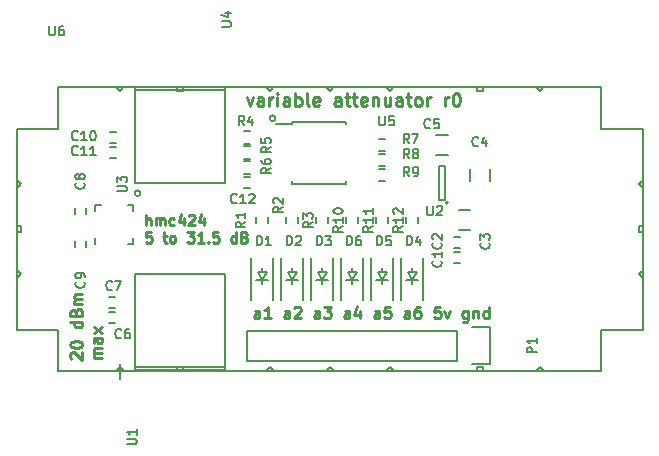
<source format=gto>
G04 #@! TF.FileFunction,Legend,Top*
%FSLAX46Y46*%
G04 Gerber Fmt 4.6, Leading zero omitted, Abs format (unit mm)*
G04 Created by KiCad (PCBNEW 4.0.2-stable) date Sat Apr  2 12:17:37 2016*
%MOMM*%
G01*
G04 APERTURE LIST*
%ADD10C,0.100000*%
%ADD11C,0.225000*%
%ADD12C,0.242500*%
%ADD13C,0.250000*%
%ADD14C,0.200000*%
%ADD15C,0.275000*%
%ADD16C,0.150000*%
G04 APERTURE END LIST*
D10*
D11*
X133056286Y-104566643D02*
X133056286Y-103666643D01*
X133442000Y-104566643D02*
X133442000Y-104095214D01*
X133399143Y-104009500D01*
X133313429Y-103966643D01*
X133184857Y-103966643D01*
X133099143Y-104009500D01*
X133056286Y-104052357D01*
X133870572Y-104566643D02*
X133870572Y-103966643D01*
X133870572Y-104052357D02*
X133913429Y-104009500D01*
X133999143Y-103966643D01*
X134127715Y-103966643D01*
X134213429Y-104009500D01*
X134256286Y-104095214D01*
X134256286Y-104566643D01*
X134256286Y-104095214D02*
X134299143Y-104009500D01*
X134384857Y-103966643D01*
X134513429Y-103966643D01*
X134599143Y-104009500D01*
X134642000Y-104095214D01*
X134642000Y-104566643D01*
X135456286Y-104523786D02*
X135370572Y-104566643D01*
X135199143Y-104566643D01*
X135113429Y-104523786D01*
X135070572Y-104480929D01*
X135027715Y-104395214D01*
X135027715Y-104138071D01*
X135070572Y-104052357D01*
X135113429Y-104009500D01*
X135199143Y-103966643D01*
X135370572Y-103966643D01*
X135456286Y-104009500D01*
X136227715Y-103966643D02*
X136227715Y-104566643D01*
X136013429Y-103623786D02*
X135799144Y-104266643D01*
X136356286Y-104266643D01*
X136656287Y-103752357D02*
X136699144Y-103709500D01*
X136784858Y-103666643D01*
X136999144Y-103666643D01*
X137084858Y-103709500D01*
X137127715Y-103752357D01*
X137170572Y-103838071D01*
X137170572Y-103923786D01*
X137127715Y-104052357D01*
X136613429Y-104566643D01*
X137170572Y-104566643D01*
X137942001Y-103966643D02*
X137942001Y-104566643D01*
X137727715Y-103623786D02*
X137513430Y-104266643D01*
X138070572Y-104266643D01*
X133484857Y-105151643D02*
X133056286Y-105151643D01*
X133013429Y-105580214D01*
X133056286Y-105537357D01*
X133142000Y-105494500D01*
X133356286Y-105494500D01*
X133442000Y-105537357D01*
X133484857Y-105580214D01*
X133527714Y-105665929D01*
X133527714Y-105880214D01*
X133484857Y-105965929D01*
X133442000Y-106008786D01*
X133356286Y-106051643D01*
X133142000Y-106051643D01*
X133056286Y-106008786D01*
X133013429Y-105965929D01*
X134470571Y-105451643D02*
X134813428Y-105451643D01*
X134599143Y-105151643D02*
X134599143Y-105923071D01*
X134642000Y-106008786D01*
X134727714Y-106051643D01*
X134813428Y-106051643D01*
X135242000Y-106051643D02*
X135156286Y-106008786D01*
X135113429Y-105965929D01*
X135070572Y-105880214D01*
X135070572Y-105623071D01*
X135113429Y-105537357D01*
X135156286Y-105494500D01*
X135242000Y-105451643D01*
X135370572Y-105451643D01*
X135456286Y-105494500D01*
X135499143Y-105537357D01*
X135542000Y-105623071D01*
X135542000Y-105880214D01*
X135499143Y-105965929D01*
X135456286Y-106008786D01*
X135370572Y-106051643D01*
X135242000Y-106051643D01*
X136527714Y-105151643D02*
X137084857Y-105151643D01*
X136784857Y-105494500D01*
X136913429Y-105494500D01*
X136999143Y-105537357D01*
X137042000Y-105580214D01*
X137084857Y-105665929D01*
X137084857Y-105880214D01*
X137042000Y-105965929D01*
X136999143Y-106008786D01*
X136913429Y-106051643D01*
X136656286Y-106051643D01*
X136570572Y-106008786D01*
X136527714Y-105965929D01*
X137942000Y-106051643D02*
X137427715Y-106051643D01*
X137684857Y-106051643D02*
X137684857Y-105151643D01*
X137599143Y-105280214D01*
X137513429Y-105365929D01*
X137427715Y-105408786D01*
X138327715Y-105965929D02*
X138370572Y-106008786D01*
X138327715Y-106051643D01*
X138284858Y-106008786D01*
X138327715Y-105965929D01*
X138327715Y-106051643D01*
X139184857Y-105151643D02*
X138756286Y-105151643D01*
X138713429Y-105580214D01*
X138756286Y-105537357D01*
X138842000Y-105494500D01*
X139056286Y-105494500D01*
X139142000Y-105537357D01*
X139184857Y-105580214D01*
X139227714Y-105665929D01*
X139227714Y-105880214D01*
X139184857Y-105965929D01*
X139142000Y-106008786D01*
X139056286Y-106051643D01*
X138842000Y-106051643D01*
X138756286Y-106008786D01*
X138713429Y-105965929D01*
X140684857Y-106051643D02*
X140684857Y-105151643D01*
X140684857Y-106008786D02*
X140599143Y-106051643D01*
X140427714Y-106051643D01*
X140342000Y-106008786D01*
X140299143Y-105965929D01*
X140256286Y-105880214D01*
X140256286Y-105623071D01*
X140299143Y-105537357D01*
X140342000Y-105494500D01*
X140427714Y-105451643D01*
X140599143Y-105451643D01*
X140684857Y-105494500D01*
X141413429Y-105580214D02*
X141542000Y-105623071D01*
X141584857Y-105665929D01*
X141627714Y-105751643D01*
X141627714Y-105880214D01*
X141584857Y-105965929D01*
X141542000Y-106008786D01*
X141456286Y-106051643D01*
X141113429Y-106051643D01*
X141113429Y-105151643D01*
X141413429Y-105151643D01*
X141499143Y-105194500D01*
X141542000Y-105237357D01*
X141584857Y-105323071D01*
X141584857Y-105408786D01*
X141542000Y-105494500D01*
X141499143Y-105537357D01*
X141413429Y-105580214D01*
X141113429Y-105580214D01*
D12*
X142653855Y-112452810D02*
X142653855Y-111944714D01*
X142607664Y-111852333D01*
X142515283Y-111806143D01*
X142330521Y-111806143D01*
X142238140Y-111852333D01*
X142653855Y-112406619D02*
X142561474Y-112452810D01*
X142330521Y-112452810D01*
X142238140Y-112406619D01*
X142191950Y-112314238D01*
X142191950Y-112221857D01*
X142238140Y-112129476D01*
X142330521Y-112083286D01*
X142561474Y-112083286D01*
X142653855Y-112037095D01*
X143623855Y-112452810D02*
X143069569Y-112452810D01*
X143346712Y-112452810D02*
X143346712Y-111482810D01*
X143254331Y-111621381D01*
X143161950Y-111713762D01*
X143069569Y-111759952D01*
X145194332Y-112452810D02*
X145194332Y-111944714D01*
X145148141Y-111852333D01*
X145055760Y-111806143D01*
X144870998Y-111806143D01*
X144778617Y-111852333D01*
X145194332Y-112406619D02*
X145101951Y-112452810D01*
X144870998Y-112452810D01*
X144778617Y-112406619D01*
X144732427Y-112314238D01*
X144732427Y-112221857D01*
X144778617Y-112129476D01*
X144870998Y-112083286D01*
X145101951Y-112083286D01*
X145194332Y-112037095D01*
X145610046Y-111575190D02*
X145656236Y-111529000D01*
X145748617Y-111482810D01*
X145979570Y-111482810D01*
X146071951Y-111529000D01*
X146118141Y-111575190D01*
X146164332Y-111667571D01*
X146164332Y-111759952D01*
X146118141Y-111898524D01*
X145563855Y-112452810D01*
X146164332Y-112452810D01*
X147734809Y-112452810D02*
X147734809Y-111944714D01*
X147688618Y-111852333D01*
X147596237Y-111806143D01*
X147411475Y-111806143D01*
X147319094Y-111852333D01*
X147734809Y-112406619D02*
X147642428Y-112452810D01*
X147411475Y-112452810D01*
X147319094Y-112406619D01*
X147272904Y-112314238D01*
X147272904Y-112221857D01*
X147319094Y-112129476D01*
X147411475Y-112083286D01*
X147642428Y-112083286D01*
X147734809Y-112037095D01*
X148104332Y-111482810D02*
X148704809Y-111482810D01*
X148381475Y-111852333D01*
X148520047Y-111852333D01*
X148612428Y-111898524D01*
X148658618Y-111944714D01*
X148704809Y-112037095D01*
X148704809Y-112268048D01*
X148658618Y-112360429D01*
X148612428Y-112406619D01*
X148520047Y-112452810D01*
X148242904Y-112452810D01*
X148150523Y-112406619D01*
X148104332Y-112360429D01*
X150275286Y-112452810D02*
X150275286Y-111944714D01*
X150229095Y-111852333D01*
X150136714Y-111806143D01*
X149951952Y-111806143D01*
X149859571Y-111852333D01*
X150275286Y-112406619D02*
X150182905Y-112452810D01*
X149951952Y-112452810D01*
X149859571Y-112406619D01*
X149813381Y-112314238D01*
X149813381Y-112221857D01*
X149859571Y-112129476D01*
X149951952Y-112083286D01*
X150182905Y-112083286D01*
X150275286Y-112037095D01*
X151152905Y-111806143D02*
X151152905Y-112452810D01*
X150921952Y-111436619D02*
X150691000Y-112129476D01*
X151291476Y-112129476D01*
X152815763Y-112452810D02*
X152815763Y-111944714D01*
X152769572Y-111852333D01*
X152677191Y-111806143D01*
X152492429Y-111806143D01*
X152400048Y-111852333D01*
X152815763Y-112406619D02*
X152723382Y-112452810D01*
X152492429Y-112452810D01*
X152400048Y-112406619D01*
X152353858Y-112314238D01*
X152353858Y-112221857D01*
X152400048Y-112129476D01*
X152492429Y-112083286D01*
X152723382Y-112083286D01*
X152815763Y-112037095D01*
X153739572Y-111482810D02*
X153277667Y-111482810D01*
X153231477Y-111944714D01*
X153277667Y-111898524D01*
X153370048Y-111852333D01*
X153601001Y-111852333D01*
X153693382Y-111898524D01*
X153739572Y-111944714D01*
X153785763Y-112037095D01*
X153785763Y-112268048D01*
X153739572Y-112360429D01*
X153693382Y-112406619D01*
X153601001Y-112452810D01*
X153370048Y-112452810D01*
X153277667Y-112406619D01*
X153231477Y-112360429D01*
X155356240Y-112452810D02*
X155356240Y-111944714D01*
X155310049Y-111852333D01*
X155217668Y-111806143D01*
X155032906Y-111806143D01*
X154940525Y-111852333D01*
X155356240Y-112406619D02*
X155263859Y-112452810D01*
X155032906Y-112452810D01*
X154940525Y-112406619D01*
X154894335Y-112314238D01*
X154894335Y-112221857D01*
X154940525Y-112129476D01*
X155032906Y-112083286D01*
X155263859Y-112083286D01*
X155356240Y-112037095D01*
X156233859Y-111482810D02*
X156049097Y-111482810D01*
X155956716Y-111529000D01*
X155910525Y-111575190D01*
X155818144Y-111713762D01*
X155771954Y-111898524D01*
X155771954Y-112268048D01*
X155818144Y-112360429D01*
X155864335Y-112406619D01*
X155956716Y-112452810D01*
X156141478Y-112452810D01*
X156233859Y-112406619D01*
X156280049Y-112360429D01*
X156326240Y-112268048D01*
X156326240Y-112037095D01*
X156280049Y-111944714D01*
X156233859Y-111898524D01*
X156141478Y-111852333D01*
X155956716Y-111852333D01*
X155864335Y-111898524D01*
X155818144Y-111944714D01*
X155771954Y-112037095D01*
X157942907Y-111482810D02*
X157481002Y-111482810D01*
X157434812Y-111944714D01*
X157481002Y-111898524D01*
X157573383Y-111852333D01*
X157804336Y-111852333D01*
X157896717Y-111898524D01*
X157942907Y-111944714D01*
X157989098Y-112037095D01*
X157989098Y-112268048D01*
X157942907Y-112360429D01*
X157896717Y-112406619D01*
X157804336Y-112452810D01*
X157573383Y-112452810D01*
X157481002Y-112406619D01*
X157434812Y-112360429D01*
X158312431Y-111806143D02*
X158543384Y-112452810D01*
X158774336Y-111806143D01*
X160298623Y-111806143D02*
X160298623Y-112591381D01*
X160252432Y-112683762D01*
X160206242Y-112729952D01*
X160113861Y-112776143D01*
X159975289Y-112776143D01*
X159882908Y-112729952D01*
X160298623Y-112406619D02*
X160206242Y-112452810D01*
X160021480Y-112452810D01*
X159929099Y-112406619D01*
X159882908Y-112360429D01*
X159836718Y-112268048D01*
X159836718Y-111990905D01*
X159882908Y-111898524D01*
X159929099Y-111852333D01*
X160021480Y-111806143D01*
X160206242Y-111806143D01*
X160298623Y-111852333D01*
X160760527Y-111806143D02*
X160760527Y-112452810D01*
X160760527Y-111898524D02*
X160806718Y-111852333D01*
X160899099Y-111806143D01*
X161037670Y-111806143D01*
X161130051Y-111852333D01*
X161176242Y-111944714D01*
X161176242Y-112452810D01*
X162053861Y-112452810D02*
X162053861Y-111482810D01*
X162053861Y-112406619D02*
X161961480Y-112452810D01*
X161776718Y-112452810D01*
X161684337Y-112406619D01*
X161638146Y-112360429D01*
X161591956Y-112268048D01*
X161591956Y-111990905D01*
X161638146Y-111898524D01*
X161684337Y-111852333D01*
X161776718Y-111806143D01*
X161961480Y-111806143D01*
X162053861Y-111852333D01*
D13*
X126738619Y-115887524D02*
X126691000Y-115839905D01*
X126643381Y-115744667D01*
X126643381Y-115506571D01*
X126691000Y-115411333D01*
X126738619Y-115363714D01*
X126833857Y-115316095D01*
X126929095Y-115316095D01*
X127071952Y-115363714D01*
X127643381Y-115935143D01*
X127643381Y-115316095D01*
X126643381Y-114697048D02*
X126643381Y-114601809D01*
X126691000Y-114506571D01*
X126738619Y-114458952D01*
X126833857Y-114411333D01*
X127024333Y-114363714D01*
X127262429Y-114363714D01*
X127452905Y-114411333D01*
X127548143Y-114458952D01*
X127595762Y-114506571D01*
X127643381Y-114601809D01*
X127643381Y-114697048D01*
X127595762Y-114792286D01*
X127548143Y-114839905D01*
X127452905Y-114887524D01*
X127262429Y-114935143D01*
X127024333Y-114935143D01*
X126833857Y-114887524D01*
X126738619Y-114839905D01*
X126691000Y-114792286D01*
X126643381Y-114697048D01*
X127643381Y-112744666D02*
X126643381Y-112744666D01*
X127595762Y-112744666D02*
X127643381Y-112839904D01*
X127643381Y-113030381D01*
X127595762Y-113125619D01*
X127548143Y-113173238D01*
X127452905Y-113220857D01*
X127167190Y-113220857D01*
X127071952Y-113173238D01*
X127024333Y-113125619D01*
X126976714Y-113030381D01*
X126976714Y-112839904D01*
X127024333Y-112744666D01*
X127119571Y-111935142D02*
X127167190Y-111792285D01*
X127214810Y-111744666D01*
X127310048Y-111697047D01*
X127452905Y-111697047D01*
X127548143Y-111744666D01*
X127595762Y-111792285D01*
X127643381Y-111887523D01*
X127643381Y-112268476D01*
X126643381Y-112268476D01*
X126643381Y-111935142D01*
X126691000Y-111839904D01*
X126738619Y-111792285D01*
X126833857Y-111744666D01*
X126929095Y-111744666D01*
X127024333Y-111792285D01*
X127071952Y-111839904D01*
X127119571Y-111935142D01*
X127119571Y-112268476D01*
X127643381Y-111268476D02*
X126976714Y-111268476D01*
X127071952Y-111268476D02*
X127024333Y-111220857D01*
X126976714Y-111125619D01*
X126976714Y-110982761D01*
X127024333Y-110887523D01*
X127119571Y-110839904D01*
X127643381Y-110839904D01*
X127119571Y-110839904D02*
X127024333Y-110792285D01*
X126976714Y-110697047D01*
X126976714Y-110554190D01*
X127024333Y-110458952D01*
X127119571Y-110411333D01*
X127643381Y-110411333D01*
X129293381Y-115839905D02*
X128626714Y-115839905D01*
X128721952Y-115839905D02*
X128674333Y-115792286D01*
X128626714Y-115697048D01*
X128626714Y-115554190D01*
X128674333Y-115458952D01*
X128769571Y-115411333D01*
X129293381Y-115411333D01*
X128769571Y-115411333D02*
X128674333Y-115363714D01*
X128626714Y-115268476D01*
X128626714Y-115125619D01*
X128674333Y-115030381D01*
X128769571Y-114982762D01*
X129293381Y-114982762D01*
X129293381Y-114078000D02*
X128769571Y-114078000D01*
X128674333Y-114125619D01*
X128626714Y-114220857D01*
X128626714Y-114411334D01*
X128674333Y-114506572D01*
X129245762Y-114078000D02*
X129293381Y-114173238D01*
X129293381Y-114411334D01*
X129245762Y-114506572D01*
X129150524Y-114554191D01*
X129055286Y-114554191D01*
X128960048Y-114506572D01*
X128912429Y-114411334D01*
X128912429Y-114173238D01*
X128864810Y-114078000D01*
X129293381Y-113697048D02*
X128626714Y-113173238D01*
X128626714Y-113697048D02*
X129293381Y-113173238D01*
D14*
X132588000Y-101854000D02*
G75*
G03X132588000Y-101854000I-254000J0D01*
G01*
X144018000Y-95504000D02*
G75*
G03X144018000Y-95504000I-254000J0D01*
G01*
D15*
X141560098Y-93744286D02*
X141822003Y-94477619D01*
X142083907Y-93744286D01*
X142974383Y-94477619D02*
X142974383Y-93901429D01*
X142922002Y-93796667D01*
X142817240Y-93744286D01*
X142607717Y-93744286D01*
X142502955Y-93796667D01*
X142974383Y-94425238D02*
X142869621Y-94477619D01*
X142607717Y-94477619D01*
X142502955Y-94425238D01*
X142450574Y-94320476D01*
X142450574Y-94215714D01*
X142502955Y-94110952D01*
X142607717Y-94058571D01*
X142869621Y-94058571D01*
X142974383Y-94006190D01*
X143498193Y-94477619D02*
X143498193Y-93744286D01*
X143498193Y-93953810D02*
X143550574Y-93849048D01*
X143602955Y-93796667D01*
X143707717Y-93744286D01*
X143812478Y-93744286D01*
X144179145Y-94477619D02*
X144179145Y-93744286D01*
X144179145Y-93377619D02*
X144126764Y-93430000D01*
X144179145Y-93482381D01*
X144231526Y-93430000D01*
X144179145Y-93377619D01*
X144179145Y-93482381D01*
X145174383Y-94477619D02*
X145174383Y-93901429D01*
X145122002Y-93796667D01*
X145017240Y-93744286D01*
X144807717Y-93744286D01*
X144702955Y-93796667D01*
X145174383Y-94425238D02*
X145069621Y-94477619D01*
X144807717Y-94477619D01*
X144702955Y-94425238D01*
X144650574Y-94320476D01*
X144650574Y-94215714D01*
X144702955Y-94110952D01*
X144807717Y-94058571D01*
X145069621Y-94058571D01*
X145174383Y-94006190D01*
X145698193Y-94477619D02*
X145698193Y-93377619D01*
X145698193Y-93796667D02*
X145802955Y-93744286D01*
X146012478Y-93744286D01*
X146117240Y-93796667D01*
X146169621Y-93849048D01*
X146222002Y-93953810D01*
X146222002Y-94268095D01*
X146169621Y-94372857D01*
X146117240Y-94425238D01*
X146012478Y-94477619D01*
X145802955Y-94477619D01*
X145698193Y-94425238D01*
X146850574Y-94477619D02*
X146745812Y-94425238D01*
X146693431Y-94320476D01*
X146693431Y-93377619D01*
X147688668Y-94425238D02*
X147583906Y-94477619D01*
X147374383Y-94477619D01*
X147269621Y-94425238D01*
X147217240Y-94320476D01*
X147217240Y-93901429D01*
X147269621Y-93796667D01*
X147374383Y-93744286D01*
X147583906Y-93744286D01*
X147688668Y-93796667D01*
X147741049Y-93901429D01*
X147741049Y-94006190D01*
X147217240Y-94110952D01*
X149522001Y-94477619D02*
X149522001Y-93901429D01*
X149469620Y-93796667D01*
X149364858Y-93744286D01*
X149155335Y-93744286D01*
X149050573Y-93796667D01*
X149522001Y-94425238D02*
X149417239Y-94477619D01*
X149155335Y-94477619D01*
X149050573Y-94425238D01*
X148998192Y-94320476D01*
X148998192Y-94215714D01*
X149050573Y-94110952D01*
X149155335Y-94058571D01*
X149417239Y-94058571D01*
X149522001Y-94006190D01*
X149888668Y-93744286D02*
X150307716Y-93744286D01*
X150045811Y-93377619D02*
X150045811Y-94320476D01*
X150098192Y-94425238D01*
X150202954Y-94477619D01*
X150307716Y-94477619D01*
X150517239Y-93744286D02*
X150936287Y-93744286D01*
X150674382Y-93377619D02*
X150674382Y-94320476D01*
X150726763Y-94425238D01*
X150831525Y-94477619D01*
X150936287Y-94477619D01*
X151722000Y-94425238D02*
X151617238Y-94477619D01*
X151407715Y-94477619D01*
X151302953Y-94425238D01*
X151250572Y-94320476D01*
X151250572Y-93901429D01*
X151302953Y-93796667D01*
X151407715Y-93744286D01*
X151617238Y-93744286D01*
X151722000Y-93796667D01*
X151774381Y-93901429D01*
X151774381Y-94006190D01*
X151250572Y-94110952D01*
X152245810Y-93744286D02*
X152245810Y-94477619D01*
X152245810Y-93849048D02*
X152298191Y-93796667D01*
X152402953Y-93744286D01*
X152560095Y-93744286D01*
X152664857Y-93796667D01*
X152717238Y-93901429D01*
X152717238Y-94477619D01*
X153712476Y-93744286D02*
X153712476Y-94477619D01*
X153241048Y-93744286D02*
X153241048Y-94320476D01*
X153293429Y-94425238D01*
X153398191Y-94477619D01*
X153555333Y-94477619D01*
X153660095Y-94425238D01*
X153712476Y-94372857D01*
X154707714Y-94477619D02*
X154707714Y-93901429D01*
X154655333Y-93796667D01*
X154550571Y-93744286D01*
X154341048Y-93744286D01*
X154236286Y-93796667D01*
X154707714Y-94425238D02*
X154602952Y-94477619D01*
X154341048Y-94477619D01*
X154236286Y-94425238D01*
X154183905Y-94320476D01*
X154183905Y-94215714D01*
X154236286Y-94110952D01*
X154341048Y-94058571D01*
X154602952Y-94058571D01*
X154707714Y-94006190D01*
X155074381Y-93744286D02*
X155493429Y-93744286D01*
X155231524Y-93377619D02*
X155231524Y-94320476D01*
X155283905Y-94425238D01*
X155388667Y-94477619D01*
X155493429Y-94477619D01*
X156017238Y-94477619D02*
X155912476Y-94425238D01*
X155860095Y-94372857D01*
X155807714Y-94268095D01*
X155807714Y-93953810D01*
X155860095Y-93849048D01*
X155912476Y-93796667D01*
X156017238Y-93744286D01*
X156174380Y-93744286D01*
X156279142Y-93796667D01*
X156331523Y-93849048D01*
X156383904Y-93953810D01*
X156383904Y-94268095D01*
X156331523Y-94372857D01*
X156279142Y-94425238D01*
X156174380Y-94477619D01*
X156017238Y-94477619D01*
X156855333Y-94477619D02*
X156855333Y-93744286D01*
X156855333Y-93953810D02*
X156907714Y-93849048D01*
X156960095Y-93796667D01*
X157064857Y-93744286D01*
X157169618Y-93744286D01*
X158374380Y-94477619D02*
X158374380Y-93744286D01*
X158374380Y-93953810D02*
X158426761Y-93849048D01*
X158479142Y-93796667D01*
X158583904Y-93744286D01*
X158688665Y-93744286D01*
X159264856Y-93377619D02*
X159369617Y-93377619D01*
X159474379Y-93430000D01*
X159526760Y-93482381D01*
X159579141Y-93587143D01*
X159631522Y-93796667D01*
X159631522Y-94058571D01*
X159579141Y-94268095D01*
X159526760Y-94372857D01*
X159474379Y-94425238D01*
X159369617Y-94477619D01*
X159264856Y-94477619D01*
X159160094Y-94425238D01*
X159107713Y-94372857D01*
X159055332Y-94268095D01*
X159002951Y-94058571D01*
X159002951Y-93796667D01*
X159055332Y-93587143D01*
X159107713Y-93482381D01*
X159160094Y-93430000D01*
X159264856Y-93377619D01*
D16*
X159135000Y-107790000D02*
X159635000Y-107790000D01*
X159635000Y-106840000D02*
X159135000Y-106840000D01*
X159135000Y-106520000D02*
X159635000Y-106520000D01*
X159635000Y-105570000D02*
X159135000Y-105570000D01*
X160520000Y-103290000D02*
X159520000Y-103290000D01*
X159520000Y-104990000D02*
X160520000Y-104990000D01*
X160440000Y-99830000D02*
X160440000Y-100830000D01*
X162140000Y-100830000D02*
X162140000Y-99830000D01*
X158615000Y-96940000D02*
X157615000Y-96940000D01*
X157615000Y-98640000D02*
X158615000Y-98640000D01*
X129925000Y-112870000D02*
X130425000Y-112870000D01*
X130425000Y-111920000D02*
X129925000Y-111920000D01*
X130425000Y-110650000D02*
X129925000Y-110650000D01*
X129925000Y-111600000D02*
X130425000Y-111600000D01*
X127983000Y-103628000D02*
X127983000Y-103128000D01*
X127033000Y-103128000D02*
X127033000Y-103628000D01*
X127033000Y-105880000D02*
X127033000Y-106380000D01*
X127983000Y-106380000D02*
X127983000Y-105880000D01*
X130010000Y-97630000D02*
X130510000Y-97630000D01*
X130510000Y-96680000D02*
X130010000Y-96680000D01*
X130010000Y-98900000D02*
X130510000Y-98900000D01*
X130510000Y-97950000D02*
X130010000Y-97950000D01*
X141855000Y-100490000D02*
X141355000Y-100490000D01*
X141355000Y-101440000D02*
X141855000Y-101440000D01*
X142875000Y-108537500D02*
X142875000Y-108156500D01*
X142875000Y-109553500D02*
X142875000Y-109172500D01*
X142875000Y-109172500D02*
X142494000Y-108537500D01*
X142494000Y-108537500D02*
X143256000Y-108537500D01*
X143256000Y-108537500D02*
X142875000Y-109172500D01*
X142367000Y-109172500D02*
X143383000Y-109172500D01*
X143775000Y-110855000D02*
X143775000Y-107315000D01*
X141975000Y-110855000D02*
X141975000Y-107315000D01*
X145415000Y-108537500D02*
X145415000Y-108156500D01*
X145415000Y-109553500D02*
X145415000Y-109172500D01*
X145415000Y-109172500D02*
X145034000Y-108537500D01*
X145034000Y-108537500D02*
X145796000Y-108537500D01*
X145796000Y-108537500D02*
X145415000Y-109172500D01*
X144907000Y-109172500D02*
X145923000Y-109172500D01*
X146315000Y-110855000D02*
X146315000Y-107315000D01*
X144515000Y-110855000D02*
X144515000Y-107315000D01*
X147955000Y-108537500D02*
X147955000Y-108156500D01*
X147955000Y-109553500D02*
X147955000Y-109172500D01*
X147955000Y-109172500D02*
X147574000Y-108537500D01*
X147574000Y-108537500D02*
X148336000Y-108537500D01*
X148336000Y-108537500D02*
X147955000Y-109172500D01*
X147447000Y-109172500D02*
X148463000Y-109172500D01*
X148855000Y-110855000D02*
X148855000Y-107315000D01*
X147055000Y-110855000D02*
X147055000Y-107315000D01*
X155575000Y-108537500D02*
X155575000Y-108156500D01*
X155575000Y-109553500D02*
X155575000Y-109172500D01*
X155575000Y-109172500D02*
X155194000Y-108537500D01*
X155194000Y-108537500D02*
X155956000Y-108537500D01*
X155956000Y-108537500D02*
X155575000Y-109172500D01*
X155067000Y-109172500D02*
X156083000Y-109172500D01*
X156475000Y-110855000D02*
X156475000Y-107315000D01*
X154675000Y-110855000D02*
X154675000Y-107315000D01*
X153035000Y-108537500D02*
X153035000Y-108156500D01*
X153035000Y-109553500D02*
X153035000Y-109172500D01*
X153035000Y-109172500D02*
X152654000Y-108537500D01*
X152654000Y-108537500D02*
X153416000Y-108537500D01*
X153416000Y-108537500D02*
X153035000Y-109172500D01*
X152527000Y-109172500D02*
X153543000Y-109172500D01*
X153935000Y-110855000D02*
X153935000Y-107315000D01*
X152135000Y-110855000D02*
X152135000Y-107315000D01*
X150495000Y-108537500D02*
X150495000Y-108156500D01*
X150495000Y-109553500D02*
X150495000Y-109172500D01*
X150495000Y-109172500D02*
X150114000Y-108537500D01*
X150114000Y-108537500D02*
X150876000Y-108537500D01*
X150876000Y-108537500D02*
X150495000Y-109172500D01*
X149987000Y-109172500D02*
X151003000Y-109172500D01*
X151395000Y-110855000D02*
X151395000Y-107315000D01*
X149595000Y-110855000D02*
X149595000Y-107315000D01*
X159385000Y-116020000D02*
X141605000Y-116020000D01*
X141605000Y-116020000D02*
X141605000Y-113480000D01*
X141605000Y-113480000D02*
X159385000Y-113480000D01*
X162205000Y-116300000D02*
X160655000Y-116300000D01*
X159385000Y-116020000D02*
X159385000Y-113480000D01*
X160655000Y-113200000D02*
X162205000Y-113200000D01*
X162205000Y-113200000D02*
X162205000Y-116300000D01*
X142350000Y-103890000D02*
X142350000Y-104390000D01*
X143400000Y-104390000D02*
X143400000Y-103890000D01*
X144890000Y-103890000D02*
X144890000Y-104390000D01*
X145940000Y-104390000D02*
X145940000Y-103890000D01*
X147430000Y-103890000D02*
X147430000Y-104390000D01*
X148480000Y-104390000D02*
X148480000Y-103890000D01*
X141355000Y-97680000D02*
X141855000Y-97680000D01*
X141855000Y-96630000D02*
X141355000Y-96630000D01*
X141355000Y-98950000D02*
X141855000Y-98950000D01*
X141855000Y-97900000D02*
X141355000Y-97900000D01*
X141355000Y-100220000D02*
X141855000Y-100220000D01*
X141855000Y-99170000D02*
X141355000Y-99170000D01*
X152785000Y-98315000D02*
X153285000Y-98315000D01*
X153285000Y-97265000D02*
X152785000Y-97265000D01*
X152785000Y-99585000D02*
X153285000Y-99585000D01*
X153285000Y-98535000D02*
X152785000Y-98535000D01*
X152785000Y-100855000D02*
X153285000Y-100855000D01*
X153285000Y-99805000D02*
X152785000Y-99805000D01*
X149970000Y-103890000D02*
X149970000Y-104390000D01*
X151020000Y-104390000D02*
X151020000Y-103890000D01*
X152510000Y-103890000D02*
X152510000Y-104390000D01*
X153560000Y-104390000D02*
X153560000Y-103890000D01*
X155050000Y-103890000D02*
X155050000Y-104390000D01*
X156100000Y-104390000D02*
X156100000Y-103890000D01*
X139700000Y-116564000D02*
X132080000Y-116564000D01*
X139700000Y-116818000D02*
X139700000Y-116310000D01*
X132080000Y-116818000D02*
X139700000Y-116818000D01*
X132080000Y-116818000D02*
X132080000Y-116310000D01*
X139700000Y-108690000D02*
X139700000Y-116310000D01*
X132080000Y-108690000D02*
X139700000Y-108690000D01*
X132080000Y-116310000D02*
X132080000Y-108690000D01*
X158615000Y-102665000D02*
G75*
G03X158615000Y-102665000I-100000J0D01*
G01*
X157865000Y-102415000D02*
X158365000Y-102415000D01*
X157865000Y-99515000D02*
X157865000Y-102415000D01*
X158365000Y-99515000D02*
X157865000Y-99515000D01*
X158365000Y-102415000D02*
X158365000Y-99515000D01*
X128735000Y-102875000D02*
X129235000Y-102875000D01*
X131985000Y-106125000D02*
X131485000Y-106125000D01*
X131985000Y-102875000D02*
X131485000Y-102875000D01*
X128735000Y-106125000D02*
X128735000Y-105625000D01*
X131985000Y-106125000D02*
X131985000Y-105625000D01*
X131985000Y-102875000D02*
X131985000Y-103375000D01*
X128735000Y-102875000D02*
X128735000Y-103375000D01*
X132080000Y-93091000D02*
X139700000Y-93091000D01*
X132080000Y-92837000D02*
X132080000Y-93345000D01*
X139700000Y-92837000D02*
X132080000Y-92837000D01*
X139700000Y-92837000D02*
X139700000Y-93345000D01*
X132080000Y-100965000D02*
X132080000Y-93345000D01*
X139700000Y-100965000D02*
X132080000Y-100965000D01*
X139700000Y-93345000D02*
X139700000Y-100965000D01*
X145370000Y-95800000D02*
X145370000Y-96025000D01*
X150020000Y-95800000D02*
X150020000Y-96025000D01*
X150020000Y-101050000D02*
X150020000Y-100825000D01*
X145370000Y-101050000D02*
X145370000Y-100825000D01*
X145370000Y-95800000D02*
X150020000Y-95800000D01*
X145370000Y-101050000D02*
X150020000Y-101050000D01*
X145370000Y-96025000D02*
X144020000Y-96025000D01*
X122428000Y-101092000D02*
X122174000Y-100838000D01*
X122174000Y-101346000D02*
X122428000Y-101092000D01*
X122428000Y-108712000D02*
X122174000Y-108458000D01*
X122174000Y-108966000D02*
X122428000Y-108712000D01*
X130810000Y-116586000D02*
X131064000Y-116840000D01*
X130556000Y-116840000D02*
X130810000Y-116586000D01*
X148590000Y-116586000D02*
X148844000Y-116840000D01*
X148336000Y-116840000D02*
X148590000Y-116586000D01*
X143510000Y-116586000D02*
X143764000Y-116840000D01*
X143256000Y-116840000D02*
X143510000Y-116586000D01*
X153670000Y-116586000D02*
X153924000Y-116840000D01*
X153416000Y-116840000D02*
X153670000Y-116586000D01*
X166370000Y-116586000D02*
X166624000Y-116840000D01*
X166116000Y-116840000D02*
X166370000Y-116586000D01*
X174752000Y-108712000D02*
X175006000Y-108966000D01*
X174752000Y-108712000D02*
X175006000Y-108458000D01*
X174752000Y-101092000D02*
X175006000Y-101346000D01*
X175006000Y-100838000D02*
X174752000Y-101092000D01*
X166370000Y-93218000D02*
X166624000Y-92964000D01*
X166116000Y-92964000D02*
X166370000Y-93218000D01*
X153670000Y-93218000D02*
X153924000Y-92964000D01*
X153416000Y-92964000D02*
X153670000Y-93218000D01*
X148590000Y-93218000D02*
X148844000Y-92964000D01*
X148336000Y-92964000D02*
X148590000Y-93218000D01*
X143510000Y-93218000D02*
X143764000Y-92964000D01*
X143256000Y-92964000D02*
X143510000Y-93218000D01*
X130810000Y-93218000D02*
X131064000Y-92964000D01*
X130556000Y-92964000D02*
X130810000Y-93218000D01*
X130810000Y-117602000D02*
X130810000Y-116332000D01*
X122428000Y-105156000D02*
X122174000Y-105156000D01*
X122428000Y-104648000D02*
X122428000Y-105156000D01*
X122174000Y-104648000D02*
X122428000Y-104648000D01*
X174752000Y-105156000D02*
X175006000Y-105156000D01*
X174752000Y-104648000D02*
X174752000Y-105156000D01*
X175006000Y-104648000D02*
X174752000Y-104648000D01*
X136144000Y-116586000D02*
X136144000Y-116840000D01*
X135636000Y-116586000D02*
X136144000Y-116586000D01*
X135636000Y-116840000D02*
X135636000Y-116586000D01*
X161544000Y-116586000D02*
X161544000Y-116840000D01*
X161036000Y-116586000D02*
X161544000Y-116586000D01*
X161036000Y-116840000D02*
X161036000Y-116586000D01*
X161544000Y-93218000D02*
X161544000Y-92964000D01*
X161036000Y-93218000D02*
X161544000Y-93218000D01*
X161036000Y-92964000D02*
X161036000Y-93218000D01*
X161036000Y-93218000D02*
X161036000Y-92964000D01*
X136144000Y-93218000D02*
X136144000Y-92964000D01*
X135636000Y-93218000D02*
X136144000Y-93218000D01*
X135636000Y-92964000D02*
X135636000Y-93218000D01*
X171590000Y-92902000D02*
X125590000Y-92902000D01*
X171590000Y-96402000D02*
X171590000Y-92902000D01*
X175090000Y-96402000D02*
X171590000Y-96402000D01*
X171590000Y-116902000D02*
X126590000Y-116902000D01*
X171590000Y-113402000D02*
X171590000Y-116902000D01*
X175090000Y-113402000D02*
X171590000Y-113402000D01*
X125590000Y-96402000D02*
X125590000Y-92902000D01*
X122090000Y-96402000D02*
X125590000Y-96402000D01*
X125590000Y-116902000D02*
X126590000Y-116902000D01*
X125590000Y-113402000D02*
X125590000Y-116902000D01*
X123590000Y-113402000D02*
X125590000Y-113402000D01*
X122090000Y-113402000D02*
X123590000Y-113402000D01*
X175090000Y-104902000D02*
X175090000Y-113402000D01*
X175090000Y-104902000D02*
X175090000Y-96402000D01*
X122090000Y-104902000D02*
X122090000Y-113402000D01*
X122090000Y-104902000D02*
X122090000Y-96402000D01*
X158019714Y-107575333D02*
X158057810Y-107613428D01*
X158095905Y-107727714D01*
X158095905Y-107803904D01*
X158057810Y-107918190D01*
X157981619Y-107994381D01*
X157905429Y-108032476D01*
X157753048Y-108070571D01*
X157638762Y-108070571D01*
X157486381Y-108032476D01*
X157410190Y-107994381D01*
X157334000Y-107918190D01*
X157295905Y-107803904D01*
X157295905Y-107727714D01*
X157334000Y-107613428D01*
X157372095Y-107575333D01*
X158095905Y-106813428D02*
X158095905Y-107270571D01*
X158095905Y-107042000D02*
X157295905Y-107042000D01*
X157410190Y-107118190D01*
X157486381Y-107194381D01*
X157524476Y-107270571D01*
X158019714Y-106051333D02*
X158057810Y-106089428D01*
X158095905Y-106203714D01*
X158095905Y-106279904D01*
X158057810Y-106394190D01*
X157981619Y-106470381D01*
X157905429Y-106508476D01*
X157753048Y-106546571D01*
X157638762Y-106546571D01*
X157486381Y-106508476D01*
X157410190Y-106470381D01*
X157334000Y-106394190D01*
X157295905Y-106279904D01*
X157295905Y-106203714D01*
X157334000Y-106089428D01*
X157372095Y-106051333D01*
X157372095Y-105746571D02*
X157334000Y-105708476D01*
X157295905Y-105632285D01*
X157295905Y-105441809D01*
X157334000Y-105365619D01*
X157372095Y-105327523D01*
X157448286Y-105289428D01*
X157524476Y-105289428D01*
X157638762Y-105327523D01*
X158095905Y-105784666D01*
X158095905Y-105289428D01*
X162083714Y-106051333D02*
X162121810Y-106089428D01*
X162159905Y-106203714D01*
X162159905Y-106279904D01*
X162121810Y-106394190D01*
X162045619Y-106470381D01*
X161969429Y-106508476D01*
X161817048Y-106546571D01*
X161702762Y-106546571D01*
X161550381Y-106508476D01*
X161474190Y-106470381D01*
X161398000Y-106394190D01*
X161359905Y-106279904D01*
X161359905Y-106203714D01*
X161398000Y-106089428D01*
X161436095Y-106051333D01*
X161359905Y-105784666D02*
X161359905Y-105289428D01*
X161664667Y-105556095D01*
X161664667Y-105441809D01*
X161702762Y-105365619D01*
X161740857Y-105327523D01*
X161817048Y-105289428D01*
X162007524Y-105289428D01*
X162083714Y-105327523D01*
X162121810Y-105365619D01*
X162159905Y-105441809D01*
X162159905Y-105670381D01*
X162121810Y-105746571D01*
X162083714Y-105784666D01*
X161156667Y-97821714D02*
X161118572Y-97859810D01*
X161004286Y-97897905D01*
X160928096Y-97897905D01*
X160813810Y-97859810D01*
X160737619Y-97783619D01*
X160699524Y-97707429D01*
X160661429Y-97555048D01*
X160661429Y-97440762D01*
X160699524Y-97288381D01*
X160737619Y-97212190D01*
X160813810Y-97136000D01*
X160928096Y-97097905D01*
X161004286Y-97097905D01*
X161118572Y-97136000D01*
X161156667Y-97174095D01*
X161842381Y-97364571D02*
X161842381Y-97897905D01*
X161651905Y-97059810D02*
X161461429Y-97631238D01*
X161956667Y-97631238D01*
X157092667Y-96297714D02*
X157054572Y-96335810D01*
X156940286Y-96373905D01*
X156864096Y-96373905D01*
X156749810Y-96335810D01*
X156673619Y-96259619D01*
X156635524Y-96183429D01*
X156597429Y-96031048D01*
X156597429Y-95916762D01*
X156635524Y-95764381D01*
X156673619Y-95688190D01*
X156749810Y-95612000D01*
X156864096Y-95573905D01*
X156940286Y-95573905D01*
X157054572Y-95612000D01*
X157092667Y-95650095D01*
X157816477Y-95573905D02*
X157435524Y-95573905D01*
X157397429Y-95954857D01*
X157435524Y-95916762D01*
X157511715Y-95878667D01*
X157702191Y-95878667D01*
X157778381Y-95916762D01*
X157816477Y-95954857D01*
X157854572Y-96031048D01*
X157854572Y-96221524D01*
X157816477Y-96297714D01*
X157778381Y-96335810D01*
X157702191Y-96373905D01*
X157511715Y-96373905D01*
X157435524Y-96335810D01*
X157397429Y-96297714D01*
X130930667Y-114077714D02*
X130892572Y-114115810D01*
X130778286Y-114153905D01*
X130702096Y-114153905D01*
X130587810Y-114115810D01*
X130511619Y-114039619D01*
X130473524Y-113963429D01*
X130435429Y-113811048D01*
X130435429Y-113696762D01*
X130473524Y-113544381D01*
X130511619Y-113468190D01*
X130587810Y-113392000D01*
X130702096Y-113353905D01*
X130778286Y-113353905D01*
X130892572Y-113392000D01*
X130930667Y-113430095D01*
X131616381Y-113353905D02*
X131464000Y-113353905D01*
X131387810Y-113392000D01*
X131349715Y-113430095D01*
X131273524Y-113544381D01*
X131235429Y-113696762D01*
X131235429Y-114001524D01*
X131273524Y-114077714D01*
X131311619Y-114115810D01*
X131387810Y-114153905D01*
X131540191Y-114153905D01*
X131616381Y-114115810D01*
X131654477Y-114077714D01*
X131692572Y-114001524D01*
X131692572Y-113811048D01*
X131654477Y-113734857D01*
X131616381Y-113696762D01*
X131540191Y-113658667D01*
X131387810Y-113658667D01*
X131311619Y-113696762D01*
X131273524Y-113734857D01*
X131235429Y-113811048D01*
X130168667Y-110013714D02*
X130130572Y-110051810D01*
X130016286Y-110089905D01*
X129940096Y-110089905D01*
X129825810Y-110051810D01*
X129749619Y-109975619D01*
X129711524Y-109899429D01*
X129673429Y-109747048D01*
X129673429Y-109632762D01*
X129711524Y-109480381D01*
X129749619Y-109404190D01*
X129825810Y-109328000D01*
X129940096Y-109289905D01*
X130016286Y-109289905D01*
X130130572Y-109328000D01*
X130168667Y-109366095D01*
X130435334Y-109289905D02*
X130968667Y-109289905D01*
X130625810Y-110089905D01*
X127793714Y-100971333D02*
X127831810Y-101009428D01*
X127869905Y-101123714D01*
X127869905Y-101199904D01*
X127831810Y-101314190D01*
X127755619Y-101390381D01*
X127679429Y-101428476D01*
X127527048Y-101466571D01*
X127412762Y-101466571D01*
X127260381Y-101428476D01*
X127184190Y-101390381D01*
X127108000Y-101314190D01*
X127069905Y-101199904D01*
X127069905Y-101123714D01*
X127108000Y-101009428D01*
X127146095Y-100971333D01*
X127412762Y-100514190D02*
X127374667Y-100590381D01*
X127336571Y-100628476D01*
X127260381Y-100666571D01*
X127222286Y-100666571D01*
X127146095Y-100628476D01*
X127108000Y-100590381D01*
X127069905Y-100514190D01*
X127069905Y-100361809D01*
X127108000Y-100285619D01*
X127146095Y-100247523D01*
X127222286Y-100209428D01*
X127260381Y-100209428D01*
X127336571Y-100247523D01*
X127374667Y-100285619D01*
X127412762Y-100361809D01*
X127412762Y-100514190D01*
X127450857Y-100590381D01*
X127488952Y-100628476D01*
X127565143Y-100666571D01*
X127717524Y-100666571D01*
X127793714Y-100628476D01*
X127831810Y-100590381D01*
X127869905Y-100514190D01*
X127869905Y-100361809D01*
X127831810Y-100285619D01*
X127793714Y-100247523D01*
X127717524Y-100209428D01*
X127565143Y-100209428D01*
X127488952Y-100247523D01*
X127450857Y-100285619D01*
X127412762Y-100361809D01*
X127793714Y-109353333D02*
X127831810Y-109391428D01*
X127869905Y-109505714D01*
X127869905Y-109581904D01*
X127831810Y-109696190D01*
X127755619Y-109772381D01*
X127679429Y-109810476D01*
X127527048Y-109848571D01*
X127412762Y-109848571D01*
X127260381Y-109810476D01*
X127184190Y-109772381D01*
X127108000Y-109696190D01*
X127069905Y-109581904D01*
X127069905Y-109505714D01*
X127108000Y-109391428D01*
X127146095Y-109353333D01*
X127869905Y-108972381D02*
X127869905Y-108820000D01*
X127831810Y-108743809D01*
X127793714Y-108705714D01*
X127679429Y-108629523D01*
X127527048Y-108591428D01*
X127222286Y-108591428D01*
X127146095Y-108629523D01*
X127108000Y-108667619D01*
X127069905Y-108743809D01*
X127069905Y-108896190D01*
X127108000Y-108972381D01*
X127146095Y-109010476D01*
X127222286Y-109048571D01*
X127412762Y-109048571D01*
X127488952Y-109010476D01*
X127527048Y-108972381D01*
X127565143Y-108896190D01*
X127565143Y-108743809D01*
X127527048Y-108667619D01*
X127488952Y-108629523D01*
X127412762Y-108591428D01*
X127247714Y-97313714D02*
X127209619Y-97351810D01*
X127095333Y-97389905D01*
X127019143Y-97389905D01*
X126904857Y-97351810D01*
X126828666Y-97275619D01*
X126790571Y-97199429D01*
X126752476Y-97047048D01*
X126752476Y-96932762D01*
X126790571Y-96780381D01*
X126828666Y-96704190D01*
X126904857Y-96628000D01*
X127019143Y-96589905D01*
X127095333Y-96589905D01*
X127209619Y-96628000D01*
X127247714Y-96666095D01*
X128009619Y-97389905D02*
X127552476Y-97389905D01*
X127781047Y-97389905D02*
X127781047Y-96589905D01*
X127704857Y-96704190D01*
X127628666Y-96780381D01*
X127552476Y-96818476D01*
X128504857Y-96589905D02*
X128581048Y-96589905D01*
X128657238Y-96628000D01*
X128695333Y-96666095D01*
X128733429Y-96742286D01*
X128771524Y-96894667D01*
X128771524Y-97085143D01*
X128733429Y-97237524D01*
X128695333Y-97313714D01*
X128657238Y-97351810D01*
X128581048Y-97389905D01*
X128504857Y-97389905D01*
X128428667Y-97351810D01*
X128390571Y-97313714D01*
X128352476Y-97237524D01*
X128314381Y-97085143D01*
X128314381Y-96894667D01*
X128352476Y-96742286D01*
X128390571Y-96666095D01*
X128428667Y-96628000D01*
X128504857Y-96589905D01*
X127247714Y-98583714D02*
X127209619Y-98621810D01*
X127095333Y-98659905D01*
X127019143Y-98659905D01*
X126904857Y-98621810D01*
X126828666Y-98545619D01*
X126790571Y-98469429D01*
X126752476Y-98317048D01*
X126752476Y-98202762D01*
X126790571Y-98050381D01*
X126828666Y-97974190D01*
X126904857Y-97898000D01*
X127019143Y-97859905D01*
X127095333Y-97859905D01*
X127209619Y-97898000D01*
X127247714Y-97936095D01*
X128009619Y-98659905D02*
X127552476Y-98659905D01*
X127781047Y-98659905D02*
X127781047Y-97859905D01*
X127704857Y-97974190D01*
X127628666Y-98050381D01*
X127552476Y-98088476D01*
X128771524Y-98659905D02*
X128314381Y-98659905D01*
X128542952Y-98659905D02*
X128542952Y-97859905D01*
X128466762Y-97974190D01*
X128390571Y-98050381D01*
X128314381Y-98088476D01*
X140709714Y-102647714D02*
X140671619Y-102685810D01*
X140557333Y-102723905D01*
X140481143Y-102723905D01*
X140366857Y-102685810D01*
X140290666Y-102609619D01*
X140252571Y-102533429D01*
X140214476Y-102381048D01*
X140214476Y-102266762D01*
X140252571Y-102114381D01*
X140290666Y-102038190D01*
X140366857Y-101962000D01*
X140481143Y-101923905D01*
X140557333Y-101923905D01*
X140671619Y-101962000D01*
X140709714Y-102000095D01*
X141471619Y-102723905D02*
X141014476Y-102723905D01*
X141243047Y-102723905D02*
X141243047Y-101923905D01*
X141166857Y-102038190D01*
X141090666Y-102114381D01*
X141014476Y-102152476D01*
X141776381Y-102000095D02*
X141814476Y-101962000D01*
X141890667Y-101923905D01*
X142081143Y-101923905D01*
X142157333Y-101962000D01*
X142195429Y-102000095D01*
X142233524Y-102076286D01*
X142233524Y-102152476D01*
X142195429Y-102266762D01*
X141738286Y-102723905D01*
X142233524Y-102723905D01*
X142411524Y-106279905D02*
X142411524Y-105479905D01*
X142602000Y-105479905D01*
X142716286Y-105518000D01*
X142792477Y-105594190D01*
X142830572Y-105670381D01*
X142868667Y-105822762D01*
X142868667Y-105937048D01*
X142830572Y-106089429D01*
X142792477Y-106165619D01*
X142716286Y-106241810D01*
X142602000Y-106279905D01*
X142411524Y-106279905D01*
X143630572Y-106279905D02*
X143173429Y-106279905D01*
X143402000Y-106279905D02*
X143402000Y-105479905D01*
X143325810Y-105594190D01*
X143249619Y-105670381D01*
X143173429Y-105708476D01*
X144951524Y-106279905D02*
X144951524Y-105479905D01*
X145142000Y-105479905D01*
X145256286Y-105518000D01*
X145332477Y-105594190D01*
X145370572Y-105670381D01*
X145408667Y-105822762D01*
X145408667Y-105937048D01*
X145370572Y-106089429D01*
X145332477Y-106165619D01*
X145256286Y-106241810D01*
X145142000Y-106279905D01*
X144951524Y-106279905D01*
X145713429Y-105556095D02*
X145751524Y-105518000D01*
X145827715Y-105479905D01*
X146018191Y-105479905D01*
X146094381Y-105518000D01*
X146132477Y-105556095D01*
X146170572Y-105632286D01*
X146170572Y-105708476D01*
X146132477Y-105822762D01*
X145675334Y-106279905D01*
X146170572Y-106279905D01*
X147491524Y-106279905D02*
X147491524Y-105479905D01*
X147682000Y-105479905D01*
X147796286Y-105518000D01*
X147872477Y-105594190D01*
X147910572Y-105670381D01*
X147948667Y-105822762D01*
X147948667Y-105937048D01*
X147910572Y-106089429D01*
X147872477Y-106165619D01*
X147796286Y-106241810D01*
X147682000Y-106279905D01*
X147491524Y-106279905D01*
X148215334Y-105479905D02*
X148710572Y-105479905D01*
X148443905Y-105784667D01*
X148558191Y-105784667D01*
X148634381Y-105822762D01*
X148672477Y-105860857D01*
X148710572Y-105937048D01*
X148710572Y-106127524D01*
X148672477Y-106203714D01*
X148634381Y-106241810D01*
X148558191Y-106279905D01*
X148329619Y-106279905D01*
X148253429Y-106241810D01*
X148215334Y-106203714D01*
X155111524Y-106279905D02*
X155111524Y-105479905D01*
X155302000Y-105479905D01*
X155416286Y-105518000D01*
X155492477Y-105594190D01*
X155530572Y-105670381D01*
X155568667Y-105822762D01*
X155568667Y-105937048D01*
X155530572Y-106089429D01*
X155492477Y-106165619D01*
X155416286Y-106241810D01*
X155302000Y-106279905D01*
X155111524Y-106279905D01*
X156254381Y-105746571D02*
X156254381Y-106279905D01*
X156063905Y-105441810D02*
X155873429Y-106013238D01*
X156368667Y-106013238D01*
X152571524Y-106279905D02*
X152571524Y-105479905D01*
X152762000Y-105479905D01*
X152876286Y-105518000D01*
X152952477Y-105594190D01*
X152990572Y-105670381D01*
X153028667Y-105822762D01*
X153028667Y-105937048D01*
X152990572Y-106089429D01*
X152952477Y-106165619D01*
X152876286Y-106241810D01*
X152762000Y-106279905D01*
X152571524Y-106279905D01*
X153752477Y-105479905D02*
X153371524Y-105479905D01*
X153333429Y-105860857D01*
X153371524Y-105822762D01*
X153447715Y-105784667D01*
X153638191Y-105784667D01*
X153714381Y-105822762D01*
X153752477Y-105860857D01*
X153790572Y-105937048D01*
X153790572Y-106127524D01*
X153752477Y-106203714D01*
X153714381Y-106241810D01*
X153638191Y-106279905D01*
X153447715Y-106279905D01*
X153371524Y-106241810D01*
X153333429Y-106203714D01*
X150031524Y-106279905D02*
X150031524Y-105479905D01*
X150222000Y-105479905D01*
X150336286Y-105518000D01*
X150412477Y-105594190D01*
X150450572Y-105670381D01*
X150488667Y-105822762D01*
X150488667Y-105937048D01*
X150450572Y-106089429D01*
X150412477Y-106165619D01*
X150336286Y-106241810D01*
X150222000Y-106279905D01*
X150031524Y-106279905D01*
X151174381Y-105479905D02*
X151022000Y-105479905D01*
X150945810Y-105518000D01*
X150907715Y-105556095D01*
X150831524Y-105670381D01*
X150793429Y-105822762D01*
X150793429Y-106127524D01*
X150831524Y-106203714D01*
X150869619Y-106241810D01*
X150945810Y-106279905D01*
X151098191Y-106279905D01*
X151174381Y-106241810D01*
X151212477Y-106203714D01*
X151250572Y-106127524D01*
X151250572Y-105937048D01*
X151212477Y-105860857D01*
X151174381Y-105822762D01*
X151098191Y-105784667D01*
X150945810Y-105784667D01*
X150869619Y-105822762D01*
X150831524Y-105860857D01*
X150793429Y-105937048D01*
X166116905Y-115340476D02*
X165316905Y-115340476D01*
X165316905Y-115035714D01*
X165355000Y-114959523D01*
X165393095Y-114921428D01*
X165469286Y-114883333D01*
X165583571Y-114883333D01*
X165659762Y-114921428D01*
X165697857Y-114959523D01*
X165735952Y-115035714D01*
X165735952Y-115340476D01*
X166116905Y-114121428D02*
X166116905Y-114578571D01*
X166116905Y-114350000D02*
X165316905Y-114350000D01*
X165431190Y-114426190D01*
X165507381Y-114502381D01*
X165545476Y-114578571D01*
X141436905Y-104273333D02*
X141055952Y-104540000D01*
X141436905Y-104730476D02*
X140636905Y-104730476D01*
X140636905Y-104425714D01*
X140675000Y-104349523D01*
X140713095Y-104311428D01*
X140789286Y-104273333D01*
X140903571Y-104273333D01*
X140979762Y-104311428D01*
X141017857Y-104349523D01*
X141055952Y-104425714D01*
X141055952Y-104730476D01*
X141436905Y-103511428D02*
X141436905Y-103968571D01*
X141436905Y-103740000D02*
X140636905Y-103740000D01*
X140751190Y-103816190D01*
X140827381Y-103892381D01*
X140865476Y-103968571D01*
X144633905Y-103003333D02*
X144252952Y-103270000D01*
X144633905Y-103460476D02*
X143833905Y-103460476D01*
X143833905Y-103155714D01*
X143872000Y-103079523D01*
X143910095Y-103041428D01*
X143986286Y-103003333D01*
X144100571Y-103003333D01*
X144176762Y-103041428D01*
X144214857Y-103079523D01*
X144252952Y-103155714D01*
X144252952Y-103460476D01*
X143910095Y-102698571D02*
X143872000Y-102660476D01*
X143833905Y-102584285D01*
X143833905Y-102393809D01*
X143872000Y-102317619D01*
X143910095Y-102279523D01*
X143986286Y-102241428D01*
X144062476Y-102241428D01*
X144176762Y-102279523D01*
X144633905Y-102736666D01*
X144633905Y-102241428D01*
X147173905Y-104273333D02*
X146792952Y-104540000D01*
X147173905Y-104730476D02*
X146373905Y-104730476D01*
X146373905Y-104425714D01*
X146412000Y-104349523D01*
X146450095Y-104311428D01*
X146526286Y-104273333D01*
X146640571Y-104273333D01*
X146716762Y-104311428D01*
X146754857Y-104349523D01*
X146792952Y-104425714D01*
X146792952Y-104730476D01*
X146373905Y-104006666D02*
X146373905Y-103511428D01*
X146678667Y-103778095D01*
X146678667Y-103663809D01*
X146716762Y-103587619D01*
X146754857Y-103549523D01*
X146831048Y-103511428D01*
X147021524Y-103511428D01*
X147097714Y-103549523D01*
X147135810Y-103587619D01*
X147173905Y-103663809D01*
X147173905Y-103892381D01*
X147135810Y-103968571D01*
X147097714Y-104006666D01*
X141344667Y-96119905D02*
X141078000Y-95738952D01*
X140887524Y-96119905D02*
X140887524Y-95319905D01*
X141192286Y-95319905D01*
X141268477Y-95358000D01*
X141306572Y-95396095D01*
X141344667Y-95472286D01*
X141344667Y-95586571D01*
X141306572Y-95662762D01*
X141268477Y-95700857D01*
X141192286Y-95738952D01*
X140887524Y-95738952D01*
X142030381Y-95586571D02*
X142030381Y-96119905D01*
X141839905Y-95281810D02*
X141649429Y-95853238D01*
X142144667Y-95853238D01*
X143617905Y-97923333D02*
X143236952Y-98190000D01*
X143617905Y-98380476D02*
X142817905Y-98380476D01*
X142817905Y-98075714D01*
X142856000Y-97999523D01*
X142894095Y-97961428D01*
X142970286Y-97923333D01*
X143084571Y-97923333D01*
X143160762Y-97961428D01*
X143198857Y-97999523D01*
X143236952Y-98075714D01*
X143236952Y-98380476D01*
X142817905Y-97199523D02*
X142817905Y-97580476D01*
X143198857Y-97618571D01*
X143160762Y-97580476D01*
X143122667Y-97504285D01*
X143122667Y-97313809D01*
X143160762Y-97237619D01*
X143198857Y-97199523D01*
X143275048Y-97161428D01*
X143465524Y-97161428D01*
X143541714Y-97199523D01*
X143579810Y-97237619D01*
X143617905Y-97313809D01*
X143617905Y-97504285D01*
X143579810Y-97580476D01*
X143541714Y-97618571D01*
X143617905Y-99701333D02*
X143236952Y-99968000D01*
X143617905Y-100158476D02*
X142817905Y-100158476D01*
X142817905Y-99853714D01*
X142856000Y-99777523D01*
X142894095Y-99739428D01*
X142970286Y-99701333D01*
X143084571Y-99701333D01*
X143160762Y-99739428D01*
X143198857Y-99777523D01*
X143236952Y-99853714D01*
X143236952Y-100158476D01*
X142817905Y-99015619D02*
X142817905Y-99168000D01*
X142856000Y-99244190D01*
X142894095Y-99282285D01*
X143008381Y-99358476D01*
X143160762Y-99396571D01*
X143465524Y-99396571D01*
X143541714Y-99358476D01*
X143579810Y-99320381D01*
X143617905Y-99244190D01*
X143617905Y-99091809D01*
X143579810Y-99015619D01*
X143541714Y-98977523D01*
X143465524Y-98939428D01*
X143275048Y-98939428D01*
X143198857Y-98977523D01*
X143160762Y-99015619D01*
X143122667Y-99091809D01*
X143122667Y-99244190D01*
X143160762Y-99320381D01*
X143198857Y-99358476D01*
X143275048Y-99396571D01*
X155314667Y-97643905D02*
X155048000Y-97262952D01*
X154857524Y-97643905D02*
X154857524Y-96843905D01*
X155162286Y-96843905D01*
X155238477Y-96882000D01*
X155276572Y-96920095D01*
X155314667Y-96996286D01*
X155314667Y-97110571D01*
X155276572Y-97186762D01*
X155238477Y-97224857D01*
X155162286Y-97262952D01*
X154857524Y-97262952D01*
X155581334Y-96843905D02*
X156114667Y-96843905D01*
X155771810Y-97643905D01*
X155314667Y-98913905D02*
X155048000Y-98532952D01*
X154857524Y-98913905D02*
X154857524Y-98113905D01*
X155162286Y-98113905D01*
X155238477Y-98152000D01*
X155276572Y-98190095D01*
X155314667Y-98266286D01*
X155314667Y-98380571D01*
X155276572Y-98456762D01*
X155238477Y-98494857D01*
X155162286Y-98532952D01*
X154857524Y-98532952D01*
X155771810Y-98456762D02*
X155695619Y-98418667D01*
X155657524Y-98380571D01*
X155619429Y-98304381D01*
X155619429Y-98266286D01*
X155657524Y-98190095D01*
X155695619Y-98152000D01*
X155771810Y-98113905D01*
X155924191Y-98113905D01*
X156000381Y-98152000D01*
X156038477Y-98190095D01*
X156076572Y-98266286D01*
X156076572Y-98304381D01*
X156038477Y-98380571D01*
X156000381Y-98418667D01*
X155924191Y-98456762D01*
X155771810Y-98456762D01*
X155695619Y-98494857D01*
X155657524Y-98532952D01*
X155619429Y-98609143D01*
X155619429Y-98761524D01*
X155657524Y-98837714D01*
X155695619Y-98875810D01*
X155771810Y-98913905D01*
X155924191Y-98913905D01*
X156000381Y-98875810D01*
X156038477Y-98837714D01*
X156076572Y-98761524D01*
X156076572Y-98609143D01*
X156038477Y-98532952D01*
X156000381Y-98494857D01*
X155924191Y-98456762D01*
X155314667Y-100437905D02*
X155048000Y-100056952D01*
X154857524Y-100437905D02*
X154857524Y-99637905D01*
X155162286Y-99637905D01*
X155238477Y-99676000D01*
X155276572Y-99714095D01*
X155314667Y-99790286D01*
X155314667Y-99904571D01*
X155276572Y-99980762D01*
X155238477Y-100018857D01*
X155162286Y-100056952D01*
X154857524Y-100056952D01*
X155695619Y-100437905D02*
X155848000Y-100437905D01*
X155924191Y-100399810D01*
X155962286Y-100361714D01*
X156038477Y-100247429D01*
X156076572Y-100095048D01*
X156076572Y-99790286D01*
X156038477Y-99714095D01*
X156000381Y-99676000D01*
X155924191Y-99637905D01*
X155771810Y-99637905D01*
X155695619Y-99676000D01*
X155657524Y-99714095D01*
X155619429Y-99790286D01*
X155619429Y-99980762D01*
X155657524Y-100056952D01*
X155695619Y-100095048D01*
X155771810Y-100133143D01*
X155924191Y-100133143D01*
X156000381Y-100095048D01*
X156038477Y-100056952D01*
X156076572Y-99980762D01*
X149713905Y-104654286D02*
X149332952Y-104920953D01*
X149713905Y-105111429D02*
X148913905Y-105111429D01*
X148913905Y-104806667D01*
X148952000Y-104730476D01*
X148990095Y-104692381D01*
X149066286Y-104654286D01*
X149180571Y-104654286D01*
X149256762Y-104692381D01*
X149294857Y-104730476D01*
X149332952Y-104806667D01*
X149332952Y-105111429D01*
X149713905Y-103892381D02*
X149713905Y-104349524D01*
X149713905Y-104120953D02*
X148913905Y-104120953D01*
X149028190Y-104197143D01*
X149104381Y-104273334D01*
X149142476Y-104349524D01*
X148913905Y-103397143D02*
X148913905Y-103320952D01*
X148952000Y-103244762D01*
X148990095Y-103206667D01*
X149066286Y-103168571D01*
X149218667Y-103130476D01*
X149409143Y-103130476D01*
X149561524Y-103168571D01*
X149637714Y-103206667D01*
X149675810Y-103244762D01*
X149713905Y-103320952D01*
X149713905Y-103397143D01*
X149675810Y-103473333D01*
X149637714Y-103511429D01*
X149561524Y-103549524D01*
X149409143Y-103587619D01*
X149218667Y-103587619D01*
X149066286Y-103549524D01*
X148990095Y-103511429D01*
X148952000Y-103473333D01*
X148913905Y-103397143D01*
X152253905Y-104654286D02*
X151872952Y-104920953D01*
X152253905Y-105111429D02*
X151453905Y-105111429D01*
X151453905Y-104806667D01*
X151492000Y-104730476D01*
X151530095Y-104692381D01*
X151606286Y-104654286D01*
X151720571Y-104654286D01*
X151796762Y-104692381D01*
X151834857Y-104730476D01*
X151872952Y-104806667D01*
X151872952Y-105111429D01*
X152253905Y-103892381D02*
X152253905Y-104349524D01*
X152253905Y-104120953D02*
X151453905Y-104120953D01*
X151568190Y-104197143D01*
X151644381Y-104273334D01*
X151682476Y-104349524D01*
X152253905Y-103130476D02*
X152253905Y-103587619D01*
X152253905Y-103359048D02*
X151453905Y-103359048D01*
X151568190Y-103435238D01*
X151644381Y-103511429D01*
X151682476Y-103587619D01*
X154793905Y-104654286D02*
X154412952Y-104920953D01*
X154793905Y-105111429D02*
X153993905Y-105111429D01*
X153993905Y-104806667D01*
X154032000Y-104730476D01*
X154070095Y-104692381D01*
X154146286Y-104654286D01*
X154260571Y-104654286D01*
X154336762Y-104692381D01*
X154374857Y-104730476D01*
X154412952Y-104806667D01*
X154412952Y-105111429D01*
X154793905Y-103892381D02*
X154793905Y-104349524D01*
X154793905Y-104120953D02*
X153993905Y-104120953D01*
X154108190Y-104197143D01*
X154184381Y-104273334D01*
X154222476Y-104349524D01*
X154070095Y-103587619D02*
X154032000Y-103549524D01*
X153993905Y-103473333D01*
X153993905Y-103282857D01*
X154032000Y-103206667D01*
X154070095Y-103168571D01*
X154146286Y-103130476D01*
X154222476Y-103130476D01*
X154336762Y-103168571D01*
X154793905Y-103625714D01*
X154793905Y-103130476D01*
X131451905Y-123109524D02*
X132099524Y-123109524D01*
X132175714Y-123071429D01*
X132213810Y-123033333D01*
X132251905Y-122957143D01*
X132251905Y-122804762D01*
X132213810Y-122728571D01*
X132175714Y-122690476D01*
X132099524Y-122652381D01*
X131451905Y-122652381D01*
X132251905Y-121852381D02*
X132251905Y-122309524D01*
X132251905Y-122080953D02*
X131451905Y-122080953D01*
X131566190Y-122157143D01*
X131642381Y-122233334D01*
X131680476Y-122309524D01*
X156870476Y-102939905D02*
X156870476Y-103587524D01*
X156908571Y-103663714D01*
X156946667Y-103701810D01*
X157022857Y-103739905D01*
X157175238Y-103739905D01*
X157251429Y-103701810D01*
X157289524Y-103663714D01*
X157327619Y-103587524D01*
X157327619Y-102939905D01*
X157670476Y-103016095D02*
X157708571Y-102978000D01*
X157784762Y-102939905D01*
X157975238Y-102939905D01*
X158051428Y-102978000D01*
X158089524Y-103016095D01*
X158127619Y-103092286D01*
X158127619Y-103168476D01*
X158089524Y-103282762D01*
X157632381Y-103739905D01*
X158127619Y-103739905D01*
X130625905Y-101701524D02*
X131273524Y-101701524D01*
X131349714Y-101663429D01*
X131387810Y-101625333D01*
X131425905Y-101549143D01*
X131425905Y-101396762D01*
X131387810Y-101320571D01*
X131349714Y-101282476D01*
X131273524Y-101244381D01*
X130625905Y-101244381D01*
X130625905Y-100939619D02*
X130625905Y-100444381D01*
X130930667Y-100711048D01*
X130930667Y-100596762D01*
X130968762Y-100520572D01*
X131006857Y-100482476D01*
X131083048Y-100444381D01*
X131273524Y-100444381D01*
X131349714Y-100482476D01*
X131387810Y-100520572D01*
X131425905Y-100596762D01*
X131425905Y-100825334D01*
X131387810Y-100901524D01*
X131349714Y-100939619D01*
X139451905Y-87764524D02*
X140099524Y-87764524D01*
X140175714Y-87726429D01*
X140213810Y-87688333D01*
X140251905Y-87612143D01*
X140251905Y-87459762D01*
X140213810Y-87383571D01*
X140175714Y-87345476D01*
X140099524Y-87307381D01*
X139451905Y-87307381D01*
X139718571Y-86583572D02*
X140251905Y-86583572D01*
X139413810Y-86774048D02*
X139985238Y-86964524D01*
X139985238Y-86469286D01*
X152806476Y-95319905D02*
X152806476Y-95967524D01*
X152844571Y-96043714D01*
X152882667Y-96081810D01*
X152958857Y-96119905D01*
X153111238Y-96119905D01*
X153187429Y-96081810D01*
X153225524Y-96043714D01*
X153263619Y-95967524D01*
X153263619Y-95319905D01*
X154025524Y-95319905D02*
X153644571Y-95319905D01*
X153606476Y-95700857D01*
X153644571Y-95662762D01*
X153720762Y-95624667D01*
X153911238Y-95624667D01*
X153987428Y-95662762D01*
X154025524Y-95700857D01*
X154063619Y-95777048D01*
X154063619Y-95967524D01*
X154025524Y-96043714D01*
X153987428Y-96081810D01*
X153911238Y-96119905D01*
X153720762Y-96119905D01*
X153644571Y-96081810D01*
X153606476Y-96043714D01*
X124866476Y-87699905D02*
X124866476Y-88347524D01*
X124904571Y-88423714D01*
X124942667Y-88461810D01*
X125018857Y-88499905D01*
X125171238Y-88499905D01*
X125247429Y-88461810D01*
X125285524Y-88423714D01*
X125323619Y-88347524D01*
X125323619Y-87699905D01*
X126047428Y-87699905D02*
X125895047Y-87699905D01*
X125818857Y-87738000D01*
X125780762Y-87776095D01*
X125704571Y-87890381D01*
X125666476Y-88042762D01*
X125666476Y-88347524D01*
X125704571Y-88423714D01*
X125742666Y-88461810D01*
X125818857Y-88499905D01*
X125971238Y-88499905D01*
X126047428Y-88461810D01*
X126085524Y-88423714D01*
X126123619Y-88347524D01*
X126123619Y-88157048D01*
X126085524Y-88080857D01*
X126047428Y-88042762D01*
X125971238Y-88004667D01*
X125818857Y-88004667D01*
X125742666Y-88042762D01*
X125704571Y-88080857D01*
X125666476Y-88157048D01*
M02*

</source>
